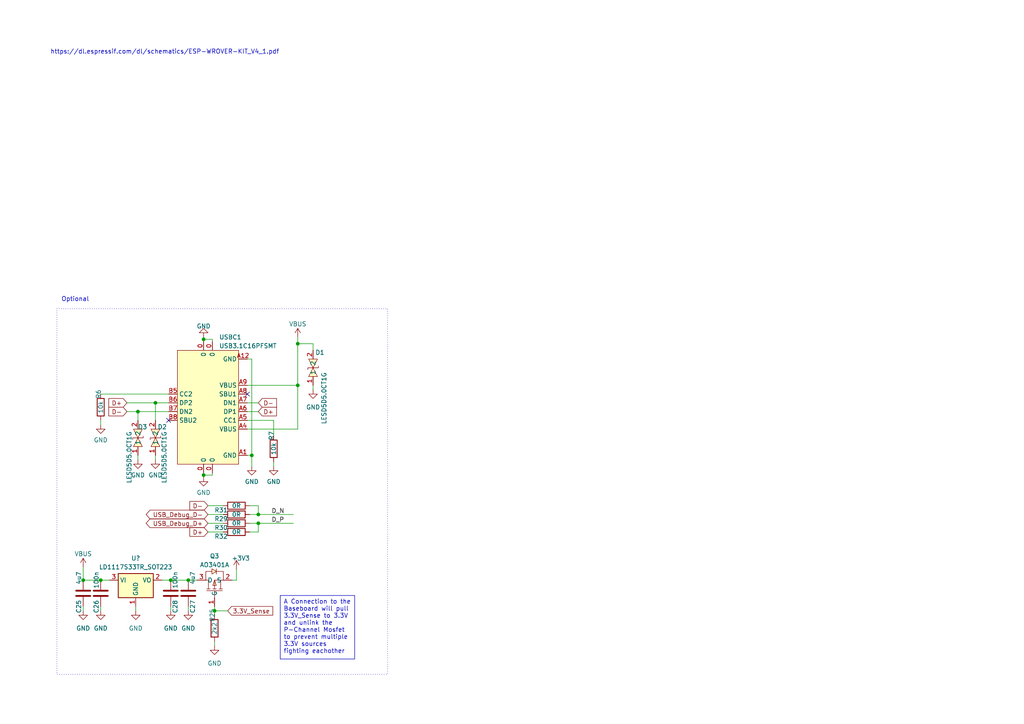
<source format=kicad_sch>
(kicad_sch (version 20230121) (generator eeschema)
  (paper "A4")
  (lib_symbols
    (symbol "Device:C" (pin_numbers hide) (pin_names (offset 0.254))
      (property "Reference" "C" (at 0.635 2.54 0))
      (property "Value" "C" (at 0.635 -2.54 0))
      (symbol "C_0_1"
        (polyline (pts (xy -2.032 -0.762) (xy 2.032 -0.762)) (stroke (width 0.508)))
        (polyline (pts (xy -2.032 0.762) (xy 2.032 0.762)) (stroke (width 0.508)))
      )
      (symbol "C_1_1"
        (pin passive line (at 0 3.81 270) (length 2.794) (name "~") (number "1"))
        (pin passive line (at 0 -3.81 90) (length 2.794) (name "~") (number "2"))
      )
    )
    (symbol "Device:R" (pin_numbers hide) (pin_names (offset 0))
      (property "Reference" "R" (at 2.032 0 90))
      (property "Value" "R" (at 0 0 90))
      (symbol "R_0_1"
        (rectangle (start -1.016 -2.54) (end 1.016 2.54) (stroke (width 0.254)))
      )
      (symbol "R_1_1"
        (pin passive line (at 0 3.81 270) (length 1.27) (name "~") (number "1"))
        (pin passive line (at 0 -3.81 90) (length 1.27) (name "~") (number "2"))
      )
    )
    (symbol "EduboardV2_kicadlib:AO3401A"
      (property "Reference" "Q?" (at 0 10.16 0))
      (property "Value" "AO3401A" (at 0 -10.16 0))
      (symbol "AO3401A_0_1"
        (polyline (pts (xy -2.54 0) (xy -0.508 0)))
        (polyline (pts (xy -0.508 2.286) (xy -0.508 -2.286)))
        (polyline (pts (xy 0 -2.286) (xy 0 -1.27)))
        (polyline (pts (xy 0 -0.508) (xy 0 0.508)))
        (polyline (pts (xy 0 1.27) (xy 0 2.286)))
        (polyline (pts (xy 2.54 -1.778) (xy 0 -1.778)))
        (polyline (pts (xy 2.54 1.778) (xy 0 1.778)))
        (polyline (pts (xy 0 0) (xy 2.54 0) (xy 2.54 -2.54)))
        (polyline (pts (xy 2.54 -2.54) (xy 5.08 -2.54) (xy 5.08 -0.508)))
        (polyline (pts (xy 2.54 0) (xy 1.016 0.508) (xy 1.016 -0.508) (xy 2.54 0)) (fill (type background)))
        (polyline (pts (xy 2.54 1.778) (xy 2.54 2.54) (xy 5.08 2.54) (xy 5.08 0.762)))
        (polyline (pts (xy 5.08 -0.508) (xy 5.842 0.762) (xy 4.318 0.762) (xy 5.08 -0.508)) (fill (type background)))
        (polyline (pts (xy 5.842 -0.508) (xy 5.588 -0.508) (xy 4.572 -0.508) (xy 4.318 -0.508)))
        (pin unspecified line (at -5.08 0 0) (length 2.54) (name "G") (number "1"))
        (pin unspecified line (at 2.54 -5.08 90) (length 2.54) (name "S") (number "2"))
        (pin unspecified line (at 2.54 5.08 270) (length 2.54) (name "D") (number "3"))
      )
    )
    (symbol "EduboardV2_kicadlib:LESD5D5.0CT1G"
      (property "Reference" "D?" (at 0 5.08 0))
      (property "Value" "LESD5D5.0CT1G" (at 0 -5.08 0))
      (symbol "LESD5D5.0CT1G_0_1"
        (polyline (pts (xy -2.54 1.27) (xy 0 0) (xy -2.54 -1.27) (xy -2.54 1.27)) (fill (type background)))
        (polyline (pts (xy 2.54 1.27) (xy 0 0) (xy 2.54 -1.27) (xy 2.54 1.27)) (fill (type background)))
        (polyline (pts (xy -0.508 1.524) (xy -0.508 1.524) (xy 0 1.524) (xy 0 -1.524) (xy 0.508 -1.524) (xy 0.508 -1.524)))
        (pin unspecified line (at -5.08 0 0) (length 2.54) (name "1") (number "1"))
        (pin unspecified line (at 5.08 0 180) (length 2.54) (name "2") (number "2"))
      )
    )
    (symbol "EduboardV2_kicadlib:USB3.1C16PFSMT"
      (property "Reference" "USBC?" (at 0 24.13 0))
      (property "Value" "USB3.1C16PFSMT" (at 0 -24.13 0))
      (symbol "USB3.1C16PFSMT_0_1"
        (rectangle (start -8.89 16.51) (end 8.89 -16.51) (fill (type background)))
        (pin unspecified line (at -1.27 -19.05 90) (length 2.54) (name "0") (number "0"))
        (pin unspecified line (at -1.27 19.05 270) (length 2.54) (name "0") (number "0"))
        (pin unspecified line (at 1.27 -19.05 90) (length 2.54) (name "0") (number "0"))
        (pin unspecified line (at 1.27 19.05 270) (length 2.54) (name "0") (number "0"))
        (pin unspecified line (at 11.43 -13.97 180) (length 2.54) (name "GND") (number "A1"))
        (pin unspecified line (at 11.43 13.97 180) (length 2.54) (name "GND") (number "A12"))
        (pin unspecified line (at 11.43 -6.35 180) (length 2.54) (name "VBUS") (number "A4"))
        (pin unspecified line (at 11.43 -3.81 180) (length 2.54) (name "CC1") (number "A5"))
        (pin unspecified line (at 11.43 -1.27 180) (length 2.54) (name "DP1") (number "A6"))
        (pin unspecified line (at 11.43 1.27 180) (length 2.54) (name "DN1") (number "A7"))
        (pin unspecified line (at 11.43 3.81 180) (length 2.54) (name "SBU1") (number "A8"))
        (pin unspecified line (at 11.43 6.35 180) (length 2.54) (name "VBUS") (number "A9"))
        (pin unspecified line (at -11.43 3.81 0) (length 2.54) (name "CC2") (number "B5"))
        (pin unspecified line (at -11.43 1.27 0) (length 2.54) (name "DP2") (number "B6"))
        (pin unspecified line (at -11.43 -1.27 0) (length 2.54) (name "DN2") (number "B7"))
        (pin unspecified line (at -11.43 -3.81 0) (length 2.54) (name "SBU2") (number "B8"))
      )
    )
    (symbol "Regulator_Linear:LD1117S33TR_SOT223"
      (property "Reference" "U" (at -3.81 3.175 0))
      (property "Value" "LD1117S33TR_SOT223" (at 0 3.175 0))
      (symbol "LD1117S33TR_SOT223_0_1"
        (rectangle (start -5.08 -5.08) (end 5.08 1.905) (stroke (width 0.254)) (fill (type background)))
      )
      (symbol "LD1117S33TR_SOT223_1_1"
        (pin power_in line (at 0 -7.62 90) (length 2.54) (name "GND") (number "1"))
        (pin power_out line (at 7.62 0 180) (length 2.54) (name "VO") (number "2"))
        (pin power_in line (at -7.62 0 0) (length 2.54) (name "VI") (number "3"))
      )
    )
    (symbol "power:+3V3" (power) (pin_names (offset 0))
      (property "Value" "+3V3" (at 0 3.556 0))
      (symbol "+3V3_0_1"
        (polyline (pts (xy -0.762 1.27) (xy 0 2.54)))
        (polyline (pts (xy 0 0) (xy 0 2.54)))
        (polyline (pts (xy 0 2.54) (xy 0.762 1.27)))
      )
      (symbol "+3V3_1_1"
        (pin power_in line (at 0 0 90) (length 0) hide (name "+3V3") (number "1"))
      )
    )
    (symbol "power:GND" (power) (pin_names (offset 0))
      (property "Value" "GND" (at 0 -3.81 0))
      (symbol "GND_0_1"
        (polyline (pts (xy 0 0) (xy 0 -1.27) (xy 1.27 -1.27) (xy 0 -2.54) (xy -1.27 -1.27) (xy 0 -1.27)))
      )
      (symbol "GND_1_1"
        (pin power_in line (at 0 0 270) (length 0) hide (name "GND") (number "1"))
      )
    )
    (symbol "power:VBUS" (power) (pin_names (offset 0))
      (property "Value" "VBUS" (at 0 3.81 0))
      (symbol "VBUS_0_1"
        (polyline (pts (xy -0.762 1.27) (xy 0 2.54)))
        (polyline (pts (xy 0 0) (xy 0 2.54)))
        (polyline (pts (xy 0 2.54) (xy 0.762 1.27)))
      )
      (symbol "VBUS_1_1"
        (pin power_in line (at 0 0 90) (length 0) hide (name "VBUS") (number "1"))
      )
    )
  )
  (junction (at 74.93 151.765))
  (junction (at 24.13 168.275))
  (junction (at 54.61 168.275))
  (junction (at 86.36 99.695))
  (junction (at 45.085 116.84))
  (junction (at 59.055 98.425))
  (junction (at 74.93 149.225))
  (junction (at 86.36 111.76))
  (junction (at 59.055 137.795))
  (junction (at 73.025 132.08))
  (junction (at 29.21 168.275))
  (junction (at 62.23 177.165))
  (junction (at 40.005 119.38))
  (junction (at 49.53 168.275))
  (no_connect (at 48.895 121.92))
  (no_connect (at 71.755 114.3))
  (wire (pts (xy 71.755 124.46) (xy 86.36 124.46)))
  (wire (pts (xy 62.23 186.055) (xy 62.23 187.325)))
  (wire (pts (xy 62.23 177.165) (xy 62.23 178.435)))
  (wire (pts (xy 74.93 149.225) (xy 72.39 149.225)))
  (wire (pts (xy 66.04 177.165) (xy 62.23 177.165)))
  (wire (pts (xy 59.055 137.795) (xy 59.055 138.43)))
  (wire (pts (xy 73.025 135.255) (xy 73.025 132.08)))
  (wire (pts (xy 60.325 154.305) (xy 64.77 154.305)))
  (wire (pts (xy 86.36 99.695) (xy 86.36 111.76)))
  (wire (pts (xy 29.21 168.275) (xy 31.75 168.275)))
  (wire (pts (xy 79.375 121.92) (xy 71.755 121.92)))
  (wire (pts (xy 40.005 119.38) (xy 40.005 121.92)))
  (wire (pts (xy 60.325 149.225) (xy 64.77 149.225)))
  (wire (pts (xy 61.595 98.425) (xy 59.055 98.425)))
  (wire (pts (xy 36.83 116.84) (xy 45.085 116.84)))
  (wire (pts (xy 49.53 168.275) (xy 54.61 168.275)))
  (wire (pts (xy 60.325 151.765) (xy 64.77 151.765)))
  (wire (pts (xy 74.93 146.685) (xy 74.93 149.225)))
  (wire (pts (xy 72.39 146.685) (xy 74.93 146.685)))
  (wire (pts (xy 29.21 121.92) (xy 29.21 123.19)))
  (wire (pts (xy 59.055 137.16) (xy 59.055 137.795)))
  (wire (pts (xy 74.93 149.225) (xy 85.09 149.225)))
  (wire (pts (xy 45.085 116.84) (xy 45.085 121.92)))
  (wire (pts (xy 67.31 168.275) (xy 68.58 168.275)))
  (wire (pts (xy 79.375 133.985) (xy 79.375 135.255)))
  (wire (pts (xy 36.83 119.38) (xy 40.005 119.38)))
  (wire (pts (xy 71.755 111.76) (xy 86.36 111.76)))
  (wire (pts (xy 24.13 164.465) (xy 24.13 168.275)))
  (wire (pts (xy 74.93 151.765) (xy 72.39 151.765)))
  (wire (pts (xy 40.005 132.08) (xy 40.005 133.35)))
  (wire (pts (xy 90.805 101.6) (xy 90.805 99.695)))
  (wire (pts (xy 54.61 175.895) (xy 54.61 177.165)))
  (wire (pts (xy 61.595 137.795) (xy 59.055 137.795)))
  (wire (pts (xy 49.53 175.895) (xy 49.53 177.165)))
  (wire (pts (xy 59.055 97.79) (xy 59.055 98.425)))
  (wire (pts (xy 40.005 119.38) (xy 48.895 119.38)))
  (wire (pts (xy 46.99 168.275) (xy 49.53 168.275)))
  (wire (pts (xy 86.36 97.79) (xy 86.36 99.695)))
  (wire (pts (xy 61.595 99.06) (xy 61.595 98.425)))
  (wire (pts (xy 39.37 175.895) (xy 39.37 177.165)))
  (wire (pts (xy 71.755 119.38) (xy 74.93 119.38)))
  (wire (pts (xy 61.595 137.16) (xy 61.595 137.795)))
  (wire (pts (xy 29.21 175.895) (xy 29.21 177.165)))
  (wire (pts (xy 72.39 154.305) (xy 74.93 154.305)))
  (wire (pts (xy 74.93 151.765) (xy 85.09 151.765)))
  (wire (pts (xy 71.755 104.14) (xy 73.025 104.14)))
  (wire (pts (xy 86.36 124.46) (xy 86.36 111.76)))
  (wire (pts (xy 90.805 99.695) (xy 86.36 99.695)))
  (wire (pts (xy 62.23 177.165) (xy 62.23 175.895)))
  (wire (pts (xy 74.93 154.305) (xy 74.93 151.765)))
  (wire (pts (xy 24.13 168.275) (xy 29.21 168.275)))
  (wire (pts (xy 73.025 132.08) (xy 71.755 132.08)))
  (wire (pts (xy 90.805 111.76) (xy 90.805 113.03)))
  (wire (pts (xy 45.085 132.08) (xy 45.085 133.35)))
  (wire (pts (xy 24.13 175.895) (xy 24.13 177.165)))
  (wire (pts (xy 54.61 168.275) (xy 57.15 168.275)))
  (wire (pts (xy 79.375 126.365) (xy 79.375 121.92)))
  (wire (pts (xy 73.025 104.14) (xy 73.025 132.08)))
  (wire (pts (xy 68.58 168.275) (xy 68.58 165.1)))
  (wire (pts (xy 59.055 98.425) (xy 59.055 99.06)))
  (wire (pts (xy 29.21 114.3) (xy 48.895 114.3)))
  (wire (pts (xy 45.085 116.84) (xy 48.895 116.84)))
  (wire (pts (xy 60.325 146.685) (xy 64.77 146.685)))
  (wire (pts (xy 71.755 116.84) (xy 74.93 116.84)))
  (rectangle (start 16.51 89.535) (end 112.395 195.58) (stroke (width 0) (type dot)))
  (text_box "A Connection to the Baseboard will pull 3.3V_Sense to 3.3V and unlink the P-Channel Mosfet to prevent multiple 3.3V sources fighting eachother" (at 81.28 172.72 0) (size 21.59 18.415) (effects (font (size 1.27 1.27)) (justify left top)))
  (text "Optional" (at 17.78 87.63 0) (effects (font (size 1.27 1.27)) (justify left bottom)))
  (text "https://dl.espressif.com/dl/schematics/ESP-WROVER-KIT_V4_1.pdf" (at 14.605 15.875 0) (effects (font (size 1.27 1.27)) (justify left bottom)))
  (label "D_P" (at 78.74 151.765 0))
  (label "D_N" (at 78.74 149.225 0))
  (global_label "D-" (shape input) (at 74.93 116.84 0) (property "Intersheetrefs" "${INTERSHEET_REFS}" (effects hide)))
  (global_label "3.3V_Sense" (shape input) (at 66.04 177.165 0) (property "Intersheetrefs" "${INTERSHEET_REFS}" (effects hide)))
  (global_label "D-" (shape input) (at 60.325 146.685 180) (property "Intersheetrefs" "${INTERSHEET_REFS}" (effects hide)))
  (global_label "USB_Debug_D+" (shape bidirectional) (at 60.325 151.765 180) (property "Intersheetrefs" "${INTERSHEET_REFS}" (effects hide)))
  (global_label "USB_Debug_D-" (shape bidirectional) (at 60.325 149.225 180) (property "Intersheetrefs" "${INTERSHEET_REFS}" (effects hide)))
  (global_label "D+" (shape input) (at 74.93 119.38 0) (property "Intersheetrefs" "${INTERSHEET_REFS}" (effects hide)))
  (global_label "D-" (shape input) (at 36.83 119.38 180) (property "Intersheetrefs" "${INTERSHEET_REFS}" (effects hide)))
  (global_label "D+" (shape input) (at 60.325 154.305 180) (property "Intersheetrefs" "${INTERSHEET_REFS}" (effects hide)))
  (global_label "D+" (shape input) (at 36.83 116.84 180) (property "Intersheetrefs" "${INTERSHEET_REFS}" (effects hide)))
  (symbol (lib_id "power:GND") (at 40.005 133.35 0) (unit 1)
    (property "Reference" "#PWR015" (effects hide))
    (property "Value" "GND" (at 40.005 137.795 0))
  )
  (symbol (lib_id "Device:R") (at 79.375 130.175 0) (unit 1)
    (property "Reference" "R7" (at 78.74 126.365 90))
    (property "Value" "10k" (at 79.375 130.175 90))
    (property "Footprint" "Resistor_SMD:R_0603_1608Metric" (effects hide))
    (property "JLCPCB Part #" "C116677" (effects hide))
    (property "LCSC Part" "C116677" (effects hide))
  )
  (symbol (lib_id "power:GND") (at 90.805 113.03 0) (unit 1)
    (property "Reference" "#PWR014" (effects hide))
    (property "Value" "GND" (at 90.805 118.11 0))
  )
  (symbol (lib_id "Device:R") (at 29.21 118.11 0) (unit 1)
    (property "Reference" "R6" (at 28.575 114.3 90))
    (property "Value" "10k" (at 29.21 118.11 90))
    (property "Footprint" "Resistor_SMD:R_0603_1608Metric" (effects hide))
    (property "JLCPCB Part #" "C116677" (effects hide))
    (property "LCSC Part" "C116677" (effects hide))
  )
  (symbol (lib_id "power:GND") (at 39.37 177.165 0) (unit 1)
    (property "Reference" "#PWR067" (effects hide))
    (property "Value" "GND" (at 39.37 182.245 0))
  )
  (symbol (lib_id "Device:R") (at 68.58 149.225 90) (unit 1)
    (property "Reference" "R29" (at 64.135 150.495 90))
    (property "Value" "0R" (at 68.58 149.225 90))
    (property "Footprint" "Resistor_SMD:R_0603_1608Metric" (effects hide))
    (property "JLCPCB Part #" "C465460" (effects hide))
    (property "LCSC Part" "C465460" (effects hide))
  )
  (symbol (lib_id "Device:C") (at 49.53 172.085 0) (mirror x) (unit 1)
    (property "Reference" "C28" (at 50.8 173.99 90) (effects (justify left)))
    (property "Value" "100n" (at 50.8 165.735 90) (effects (justify left)))
    (property "Footprint" "Capacitor_SMD:C_0603_1608Metric" (effects hide))
    (property "JLCPCB Part #" "C105907" (effects hide))
    (property "LCSC Part" "C105907" (effects hide))
  )
  (symbol (lib_id "power:GND") (at 45.085 133.35 0) (unit 1)
    (property "Reference" "#PWR016" (effects hide))
    (property "Value" "GND" (at 45.085 137.795 0))
  )
  (symbol (lib_id "power:GND") (at 79.375 135.255 0) (unit 1)
    (property "Reference" "#PWR011" (effects hide))
    (property "Value" "GND" (at 79.375 139.7 0))
  )
  (symbol (lib_id "Device:R") (at 62.23 182.245 0) (unit 1)
    (property "Reference" "R25" (at 61.595 178.435 90))
    (property "Value" "2k2" (at 62.23 182.245 90))
    (property "Footprint" "Resistor_SMD:R_0603_1608Metric" (effects hide))
    (property "JLCPCB Part #" "C115003" (effects hide))
    (property "LCSC Part" "C115003" (effects hide))
  )
  (symbol (lib_id "power:GND") (at 24.13 177.165 0) (unit 1)
    (property "Reference" "#PWR069" (effects hide))
    (property "Value" "GND" (at 24.13 182.245 0))
  )
  (symbol (lib_id "Device:C") (at 54.61 172.085 0) (mirror x) (unit 1)
    (property "Reference" "C27" (at 55.88 173.99 90) (effects (justify left)))
    (property "Value" "4u7" (at 55.88 165.735 90) (effects (justify left)))
    (property "Footprint" "Capacitor_SMD:C_0805_2012Metric" (effects hide))
    (property "JLCPCB Part #" "C76642" (effects hide))
    (property "LCSC Part" "C76642" (effects hide))
  )
  (symbol (lib_id "power:GND") (at 73.025 135.255 0) (unit 1)
    (property "Reference" "#PWR013" (effects hide))
    (property "Value" "GND" (at 73.025 139.7 0))
  )
  (symbol (lib_id "EduboardV2_kicadlib:LESD5D5.0CT1G") (at 40.005 127 90) (unit 1)
    (property "Reference" "D3" (at 40.005 123.825 90) (effects (justify right)))
    (property "Value" "LESD5D5.0CT1G" (at 37.465 125.095 0) (effects (justify right)))
    (property "Footprint" "EduboardV2_kicadlib:SOD-523_L1.2-W0.8-LS1.6-BI" (effects hide))
    (property "Datasheet" "https://lcsc.com/product-detail/New-Arrivals_Leshan-Radio-LESD5D5-0CT1G_C383211.html" (effects hide))
    (property "Manufacturer" "LRC(乐山无线电)" (effects hide))
    (property "LCSC Part" "C383211" (effects hide))
    (property "JLC Part" "Extended Part" (effects hide))
    (property "JLCPCB Part #" "C383211" (effects hide))
  )
  (symbol (lib_id "EduboardV2_kicadlib:LESD5D5.0CT1G") (at 90.805 106.68 90) (unit 1)
    (property "Reference" "D1" (at 91.44 102.235 90) (effects (justify right)))
    (property "Value" "LESD5D5.0CT1G" (at 93.98 107.95 0) (effects (justify right)))
    (property "Footprint" "EduboardV2_kicadlib:SOD-523_L1.2-W0.8-LS1.6-BI" (effects hide))
    (property "Datasheet" "https://lcsc.com/product-detail/New-Arrivals_Leshan-Radio-LESD5D5-0CT1G_C383211.html" (effects hide))
    (property "Manufacturer" "LRC(乐山无线电)" (effects hide))
    (property "LCSC Part" "C383211" (effects hide))
    (property "JLC Part" "Extended Part" (effects hide))
    (property "JLCPCB Part #" "C383211" (effects hide))
  )
  (symbol (lib_id "power:GND") (at 49.53 177.165 0) (unit 1)
    (property "Reference" "#PWR070" (effects hide))
    (property "Value" "GND" (at 49.53 182.245 0))
  )
  (symbol (lib_id "power:GND") (at 59.055 97.79 180) (unit 1)
    (property "Reference" "#PWR09" (effects hide))
    (property "Value" "GND" (at 59.055 94.615 0))
  )
  (symbol (lib_id "power:GND") (at 59.055 138.43 0) (unit 1)
    (property "Reference" "#PWR08" (effects hide))
    (property "Value" "GND" (at 59.055 142.875 0))
  )
  (symbol (lib_id "power:VBUS") (at 24.13 164.465 0) (unit 1)
    (property "Reference" "#PWR066" (effects hide))
    (property "Value" "VBUS" (at 24.13 160.655 0))
  )
  (symbol (lib_id "EduboardV2_kicadlib:AO3401A") (at 62.23 170.815 90) (unit 1)
    (property "Reference" "Q3" (at 62.23 161.29 90))
    (property "Value" "AO3401A" (at 62.23 163.83 90))
    (property "Footprint" "EduboardV2_kicadlib:SOT-23_L2.9-W1.3-P1.90-LS2.4-BR" (effects hide))
    (property "Datasheet" "https://lcsc.com/product-detail/MOSFET_AOS_AO3401A_AO3401A_C15127.html" (effects hide))
    (property "Manufacturer" "AOS" (effects hide))
    (property "LCSC Part" "C15127" (effects hide))
    (property "JLC Part" "Basic Part" (effects hide))
    (property "MPN" "AO3401A" (effects hide))
    (property "JLCPCB Part #" "C15127" (effects hide))
    (instances (project "EduboardV2_UPBoardTemplate" (path "" (reference "Q3") (unit 1))) (project "EduboardV2_Baseboard" (path "" (reference "Q301") (unit 1))))
  )
  (symbol (lib_id "Device:C") (at 24.13 172.085 180) (unit 1)
    (property "Reference" "C25" (at 22.86 173.99 90) (effects (justify left)))
    (property "Value" "4u7" (at 22.86 165.735 90) (effects (justify left)))
    (property "Footprint" "Capacitor_SMD:C_0805_2012Metric" (effects hide))
    (property "JLCPCB Part #" "C76642" (effects hide))
    (property "LCSC Part" "C76642" (effects hide))
  )
  (symbol (lib_id "power:GND") (at 54.61 177.165 0) (unit 1)
    (property "Reference" "#PWR071" (effects hide))
    (property "Value" "GND" (at 54.61 182.245 0))
  )
  (symbol (lib_id "EduboardV2_kicadlib:USB3.1C16PFSMT") (at 60.325 118.11 0) (unit 1)
    (property "Reference" "USBC1" (at 63.5509 97.79 0) (effects (justify left)))
    (property "Value" "USB3.1C16PFSMT" (at 63.5509 100.33 0) (effects (justify left)))
    (property "Footprint" "EduboardV2_kicadlib:USB-C-SMD_TYPE-C-USB-17" (effects hide))
    (property "Datasheet" "https://lcsc.com/product-detail/USB-Type-C_USB-3-1-C-16PF-SMT-2-0Type_C167321.html" (effects hide))
    (property "Manufacturer" "精拓金" (effects hide))
    (property "LCSC Part" "C167321" (effects hide))
    (property "JLC Part" "Extended Part" (effects hide))
    (property "JLCPCB Part #" "C167321" (effects hide))
  )
  (symbol (lib_id "power:GND") (at 62.23 187.325 0) (unit 1)
    (property "Reference" "#PWR073" (effects hide))
    (property "Value" "GND" (at 62.23 192.405 0))
  )
  (symbol (lib_id "EduboardV2_kicadlib:LESD5D5.0CT1G") (at 45.085 127 90) (unit 1)
    (property "Reference" "D2" (at 45.72 123.825 90) (effects (justify right)))
    (property "Value" "LESD5D5.0CT1G" (at 47.625 125.095 0) (effects (justify right)))
    (property "Footprint" "EduboardV2_kicadlib:SOD-523_L1.2-W0.8-LS1.6-BI" (effects hide))
    (property "Datasheet" "https://lcsc.com/product-detail/New-Arrivals_Leshan-Radio-LESD5D5-0CT1G_C383211.html" (effects hide))
    (property "Manufacturer" "LRC(乐山无线电)" (effects hide))
    (property "LCSC Part" "C383211" (effects hide))
    (property "JLC Part" "Extended Part" (effects hide))
    (property "JLCPCB Part #" "C383211" (effects hide))
  )
  (symbol (lib_id "Device:R") (at 68.58 146.685 90) (unit 1)
    (property "Reference" "R31" (at 64.135 147.955 90))
    (property "Value" "0R" (at 68.58 146.685 90))
    (property "Footprint" "Resistor_SMD:R_0603_1608Metric" (effects hide))
    (property "JLCPCB Part #" "C465460" (effects hide))
    (property "LCSC Part" "C465460" (effects hide))
  )
  (symbol (lib_id "power:+3V3") (at 68.58 165.1 0) (unit 1)
    (property "Reference" "#PWR072" (effects hide))
    (property "Value" "+3V3" (at 69.85 161.925 0))
  )
  (symbol (lib_id "power:GND") (at 29.21 177.165 0) (unit 1)
    (property "Reference" "#PWR068" (effects hide))
    (property "Value" "GND" (at 29.21 182.245 0))
  )
  (symbol (lib_id "power:GND") (at 29.21 123.19 0) (unit 1)
    (property "Reference" "#PWR010" (effects hide))
    (property "Value" "GND" (at 29.21 127.635 0))
  )
  (symbol (lib_id "Device:C") (at 29.21 172.085 180) (unit 1)
    (property "Reference" "C26" (at 27.94 173.99 90) (effects (justify left)))
    (property "Value" "100n" (at 27.94 165.735 90) (effects (justify left)))
    (property "Footprint" "Capacitor_SMD:C_0603_1608Metric" (effects hide))
    (property "JLCPCB Part #" "C105907" (effects hide))
    (property "LCSC Part" "C105907" (effects hide))
  )
  (symbol (lib_id "Regulator_Linear:LD1117S33TR_SOT223") (at 39.37 168.275 0) (unit 1)
    (property "Reference" "U?" (at 39.37 161.925 0))
    (property "Value" "LD1117S33TR_SOT223" (at 39.37 164.465 0))
    (property "Footprint" "Package_TO_SOT_SMD:SOT-223-3_TabPin2" (effects hide))
    (property "Datasheet" "http://www.st.com/st-web-ui/static/active/en/resource/technical/document/datasheet/CD00000544.pdf" (effects hide))
    (property "JLCPCB Part #" "C86781" (effects hide))
    (property "LCSC Part" "C86781" (effects hide))
    (instances (project "EduboardV2_UPBoardTemplate" (path "" (reference "U?") (unit 1)) (path "" (reference "U5") (unit 1))))
  )
  (symbol (lib_id "Device:R") (at 68.58 154.305 90) (unit 1)
    (property "Reference" "R32" (at 64.135 155.575 90))
    (property "Value" "0R" (at 68.58 154.305 90))
    (property "Footprint" "Resistor_SMD:R_0603_1608Metric" (effects hide))
    (property "JLCPCB Part #" "C465460" (effects hide))
    (property "LCSC Part" "C465460" (effects hide))
  )
  (symbol (lib_id "power:VBUS") (at 86.36 97.79 0) (unit 1)
    (property "Reference" "#PWR012" (effects hide))
    (property "Value" "VBUS" (at 86.36 93.98 0))
  )
  (symbol (lib_id "Device:R") (at 68.58 151.765 90) (unit 1)
    (property "Reference" "R30" (at 64.135 153.035 90))
    (property "Value" "0R" (at 68.58 151.765 90))
    (property "Footprint" "Resistor_SMD:R_0603_1608Metric" (effects hide))
    (property "JLCPCB Part #" "C465460" (effects hide))
    (property "LCSC Part" "C465460" (effects hide))
  )
)
</source>
